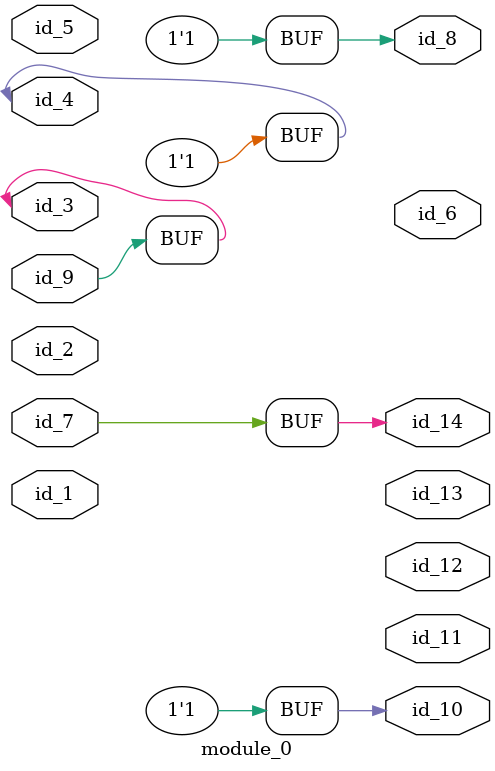
<source format=v>
module module_0 (
    id_1,
    id_2,
    id_3,
    id_4,
    id_5,
    id_6,
    id_7,
    id_8,
    id_9,
    id_10,
    id_11,
    id_12,
    id_13,
    id_14
);
  output id_14;
  output id_13;
  output id_12;
  output id_11;
  output id_10;
  input id_9;
  output id_8;
  input id_7;
  output id_6;
  input id_5;
  inout id_4;
  inout id_3;
  inout id_2;
  inout id_1;
  always @(*) begin
    id_4 = 1;
    id_14 <= id_7;
    id_10 = 1;
    id_3 <= id_9;
    id_8 <= 1;
  end
endmodule

</source>
